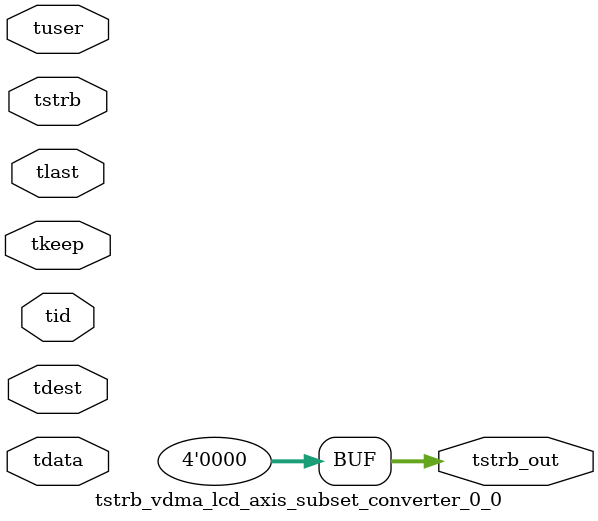
<source format=v>


`timescale 1ps/1ps

module tstrb_vdma_lcd_axis_subset_converter_0_0 #
(
parameter C_S_AXIS_TDATA_WIDTH = 32,
parameter C_S_AXIS_TUSER_WIDTH = 0,
parameter C_S_AXIS_TID_WIDTH   = 0,
parameter C_S_AXIS_TDEST_WIDTH = 0,
parameter C_M_AXIS_TDATA_WIDTH = 32
)
(
input  [(C_S_AXIS_TDATA_WIDTH == 0 ? 1 : C_S_AXIS_TDATA_WIDTH)-1:0     ] tdata,
input  [(C_S_AXIS_TUSER_WIDTH == 0 ? 1 : C_S_AXIS_TUSER_WIDTH)-1:0     ] tuser,
input  [(C_S_AXIS_TID_WIDTH   == 0 ? 1 : C_S_AXIS_TID_WIDTH)-1:0       ] tid,
input  [(C_S_AXIS_TDEST_WIDTH == 0 ? 1 : C_S_AXIS_TDEST_WIDTH)-1:0     ] tdest,
input  [(C_S_AXIS_TDATA_WIDTH/8)-1:0 ] tkeep,
input  [(C_S_AXIS_TDATA_WIDTH/8)-1:0 ] tstrb,
input                                                                    tlast,
output [(C_M_AXIS_TDATA_WIDTH/8)-1:0 ] tstrb_out
);

assign tstrb_out = {1'b0};

endmodule


</source>
